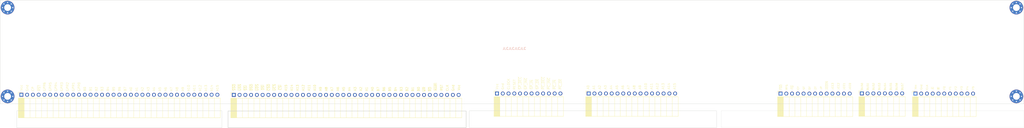
<source format=kicad_pcb>
(kicad_pcb (version 20211014) (generator pcbnew)
  (layers (0 "F.Cu" signal) (31 "B.Cu" signal) (34 "B.Paste" user) (35 "F.Paste" user) (36 "B.SilkS" user "B.Silkscreen") (37 "F.SilkS" user "F.Silkscreen") (38 "B.Mask" user) (39 "F.Mask" user) (44 "Edge.Cuts" user))
  (net 0 "")
  (net 1 "~{PC_BUS_OUT}")
  (net 2 "~{PC_LOAD}")
  (net 3 "~{PC_INC}")
  (net 4 "~{PC_DEC}")
  (net 5 "RESET")
  (net 6 "CLOCK")
  (net 7 "GND")
  (net 8 "VCC")
  (net 9 "~{CONTROL7}")
  (net 10 "CONTROL6")
  (net 11 "CONTROL5")
  (net 12 "CONTROL4")
  (net 13 "CONTROL3")
  (net 14 "CONTROL2")
  (net 15 "CONTROL1")
  (net 16 "CONTROL0")
  (net 17 "BUS0")
  (net 18 "BUS1")
  (net 19 "BUS2")
  (net 20 "BUS3")
  (net 21 "BUS4")
  (net 22 "BUS5")
  (net 23 "BUS6")
  (net 24 "BUS7")
  (net 25 "ADDR0")
  (net 26 "ADDR1")
  (net 27 "ADDR2")
  (net 28 "ADDR3")
  (net 29 "ADDR4")
  (net 30 "ADDR5")
  (net 31 "ADDR6")
  (net 32 "ADDR7")
  (net 33 "ADDR8")
  (net 34 "ADDR9")
  (net 35 "ADDR10")
  (net 36 "ADDR11")
  (net 37 "ADDR12")
  (net 38 "ADDR13")
  (net 39 "ADDR14")
  (net 40 "ADDR15")
  (net 41 "~{SP_BUS_OUT}")
  (net 42 "~{SP_LOAD}")
  (net 43 "~{SP_INC}")
  (net 44 "~{SP_DEC}")
  (net 45 "~{ASSERT_STACK_SEG}")
  (net 46 "~{EN_STACK_SEG}")
  (net 47 "~{LATCH_STACK_SEG}")
  (net 48 "~{ASSERT_DATA_SEG}")
  (net 49 "~{EN_DATA_SEG}")
  (net 50 "~{LATCH_DATA_SEG}")
  (net 51 "~{ASSERT_CODE_SEG}")
  (net 52 "~{EN_CODE_SEG}")
  (net 53 "~{LATCH_CODE_SEG}")
  (net 54 "A15")
  (net 55 "A14")
  (net 56 "A13")
  (net 57 "A12")
  (net 58 "A11")
  (net 59 "A10")
  (net 60 "A9")
  (net 61 "A8")
  (net 62 "A7")
  (net 63 "A6")
  (net 64 "A5")
  (net 65 "A4")
  (net 66 "A3")
  (net 67 "A2")
  (net 68 "A1")
  (net 69 "A0")
  (net 70 "~{WRITE}")
  (net 71 "~{READ}")
  (net 72 "~{LATCH_MAR}")
  (net 73 "~{LATCH_ACCUMULATOR}")
  (net 74 "~{LATCH_B}")
  (net 75 "ALU_FUNC_0")
  (net 76 "ALU_FUNC_1")
  (net 77 "ALU_FUNC_2")
  (net 78 "ALU_FUNC_3")
  (net 79 "ALU_FUNC_4")
  (net 80 "ALU_FUNC_5")
  (net 81 "~{FLAGS_OUT}")
  (net 82 "RESTORE_FLAGS")
  (net 83 "~{LATCH_FLAGS}")
  (net 84 "CF")
  (net 85 "SF")
  (net 86 "OF")
  (net 87 "ZF")
  (net 88 "JCC_LD_PC_COND")
  (net 89 "~{JCC_EN}")
  (net 90 "JCC_ADR3")
  (net 91 "JCC_ADR2")
  (net 92 "JCC_ADR1")
  (net 93 "JCC_ADR0")
  (footprint "Connector_PinSocket_2.54mm:PinSocket_1x11_P2.54mm_Horizontal" (layer "F.Cu") (at 463.515323 134.919242 90)
    (fp_text reference "J4" hide)
    (fp_text value "Conn_01x12" hide)
    (pad "1" thru_hole rect locked (at 0 0 90) (size 1.7 1.7) (drill 1) (layers *.Cu *.Mask) (net 8 "VCC"))
    (pad "2" thru_hole oval locked (at 0 2.54 90) (size 1.7 1.7) (drill 1) (layers *.Cu *.Mask) (net 7 "GND"))
    (pad "3" thru_hole oval locked (at 0 5.08 90) (size 1.7 1.7) (drill 1) (layers *.Cu *.Mask) (net 6 "CLOCK"))
    (pad "4" thru_hole oval locked (at 0 7.62 90) (size 1.7 1.7) (drill 1) (layers *.Cu *.Mask) (net 73 "~{LATCH_ACCUMULATOR}"))
    (pad "5" thru_hole oval locked (at 0 10.16 90) (size 1.7 1.7) (drill 1) (layers *.Cu *.Mask) (net 74 "~{LATCH_B}"))
    (pad "6" thru_hole oval locked (at 0 12.7 90) (size 1.7 1.7) (drill 1) (layers *.Cu *.Mask) (net 75 "ALU_FUNC_0"))
    (pad "7" thru_hole oval locked (at 0 15.24 90) (size 1.7 1.7) (drill 1) (layers *.Cu *.Mask) (net 76 "ALU_FUNC_1"))
    (pad "8" thru_hole oval locked (at 0 17.78 90) (size 1.7 1.7) (drill 1) (layers *.Cu *.Mask) (net 77 "ALU_FUNC_2"))
    (pad "9" thru_hole oval locked (at 0 20.32 90) (size 1.7 1.7) (drill 1) (layers *.Cu *.Mask) (net 78 "ALU_FUNC_3"))
    (pad "10" thru_hole oval locked (at 0 22.86 90) (size 1.7 1.7) (drill 1) (layers *.Cu *.Mask) (net 79 "ALU_FUNC_4"))
    (pad "11" thru_hole oval locked (at 0 25.4 90) (size 1.7 1.7) (drill 1) (layers *.Cu *.Mask) (net 80 "ALU_FUNC_5"))
  )
  (footprint "MountingHole:MountingHole_3mm_Pad_Via" (layer "F.Cu") (at 508 97.028)
    (fp_text reference "REF**" hide)
    (fp_text value "MountingHole_3mm_Pad_Via" hide)
    (pad "1" thru_hole circle locked (at -2.25 0) (size 0.8 0.8) (drill 0.5) (layers *.Cu *.Mask))
    (pad "1" thru_hole circle locked (at 1.59099 -1.59099) (size 0.8 0.8) (drill 0.5) (layers *.Cu *.Mask))
    (pad "1" thru_hole circle locked (at -1.59099 1.59099) (size 0.8 0.8) (drill 0.5) (layers *.Cu *.Mask))
    (pad "1" thru_hole circle locked (at 2.25 0) (size 0.8 0.8) (drill 0.5) (layers *.Cu *.Mask))
    (pad "1" thru_hole circle locked (at 0 0) (size 6 6) (drill 3) (layers *.Cu *.Mask))
    (pad "1" thru_hole circle locked (at 1.59099 1.59099) (size 0.8 0.8) (drill 0.5) (layers *.Cu *.Mask))
    (pad "1" thru_hole circle locked (at -1.59099 -1.59099) (size 0.8 0.8) (drill 0.5) (layers *.Cu *.Mask))
    (pad "1" thru_hole circle locked (at 0 -2.25) (size 0.8 0.8) (drill 0.5) (layers *.Cu *.Mask))
    (pad "1" thru_hole circle locked (at 0 2.25) (size 0.8 0.8) (drill 0.5) (layers *.Cu *.Mask))
  )
  (footprint "MountingHole:MountingHole_3mm_Pad_Via" (layer "F.Cu") (at 63.5 97.028)
    (fp_text reference "REF**" hide)
    (fp_text value "MountingHole_3mm_Pad_Via" hide)
    (pad "1" thru_hole circle locked (at -2.25 0) (size 0.8 0.8) (drill 0.5) (layers *.Cu *.Mask))
    (pad "1" thru_hole circle locked (at 1.59099 -1.59099) (size 0.8 0.8) (drill 0.5) (layers *.Cu *.Mask))
    (pad "1" thru_hole circle locked (at -1.59099 1.59099) (size 0.8 0.8) (drill 0.5) (layers *.Cu *.Mask))
    (pad "1" thru_hole circle locked (at 2.25 0) (size 0.8 0.8) (drill 0.5) (layers *.Cu *.Mask))
    (pad "1" thru_hole circle locked (at 0 0) (size 6 6) (drill 3) (layers *.Cu *.Mask))
    (pad "1" thru_hole circle locked (at 1.59099 1.59099) (size 0.8 0.8) (drill 0.5) (layers *.Cu *.Mask))
    (pad "1" thru_hole circle locked (at -1.59099 -1.59099) (size 0.8 0.8) (drill 0.5) (layers *.Cu *.Mask))
    (pad "1" thru_hole circle locked (at 0 -2.25) (size 0.8 0.8) (drill 0.5) (layers *.Cu *.Mask))
    (pad "1" thru_hole circle locked (at 0 2.25) (size 0.8 0.8) (drill 0.5) (layers *.Cu *.Mask))
  )
  (footprint "MountingHole:MountingHole_3mm_Pad_Via" (layer "F.Cu") (at 508 136.144)
    (fp_text reference "REF**" hide)
    (fp_text value "MountingHole_3mm_Pad_Via" hide)
    (pad "1" thru_hole circle locked (at -2.25 0) (size 0.8 0.8) (drill 0.5) (layers *.Cu *.Mask))
    (pad "1" thru_hole circle locked (at 1.59099 -1.59099) (size 0.8 0.8) (drill 0.5) (layers *.Cu *.Mask))
    (pad "1" thru_hole circle locked (at -1.59099 1.59099) (size 0.8 0.8) (drill 0.5) (layers *.Cu *.Mask))
    (pad "1" thru_hole circle locked (at 2.25 0) (size 0.8 0.8) (drill 0.5) (layers *.Cu *.Mask))
    (pad "1" thru_hole circle locked (at 0 0) (size 6 6) (drill 3) (layers *.Cu *.Mask))
    (pad "1" thru_hole circle locked (at 1.59099 1.59099) (size 0.8 0.8) (drill 0.5) (layers *.Cu *.Mask))
    (pad "1" thru_hole circle locked (at -1.59099 -1.59099) (size 0.8 0.8) (drill 0.5) (layers *.Cu *.Mask))
    (pad "1" thru_hole circle locked (at 0 -2.25) (size 0.8 0.8) (drill 0.5) (layers *.Cu *.Mask))
    (pad "1" thru_hole circle locked (at 0 2.25) (size 0.8 0.8) (drill 0.5) (layers *.Cu *.Mask))
  )
  (footprint "Connector_PinSocket_2.54mm:PinSocket_1x13_P2.54mm_Horizontal" (layer "F.Cu") (at 404.079323 134.919242 90)
    (fp_text reference "J7" hide)
    (fp_text value "Conn_01x13" hide)
    (pad "1" thru_hole rect locked (at 0 0 90) (size 1.7 1.7) (drill 1) (layers *.Cu *.Mask) (net 81 "~{FLAGS_OUT}"))
    (pad "2" thru_hole oval locked (at 0 2.54 90) (size 1.7 1.7) (drill 1) (layers *.Cu *.Mask) (net 82 "RESTORE_FLAGS"))
    (pad "3" thru_hole oval locked (at 0 5.08 90) (size 1.7 1.7) (drill 1) (layers *.Cu *.Mask) (net 83 "~{LATCH_FLAGS}"))
    (pad "4" thru_hole oval locked (at 0 7.62 90) (size 1.7 1.7) (drill 1) (layers *.Cu *.Mask) (net 84 "CF"))
    (pad "5" thru_hole oval locked (at 0 10.16 90) (size 1.7 1.7) (drill 1) (layers *.Cu *.Mask) (net 85 "SF"))
    (pad "6" thru_hole oval locked (at 0 12.7 90) (size 1.7 1.7) (drill 1) (layers *.Cu *.Mask) (net 86 "OF"))
    (pad "7" thru_hole oval locked (at 0 15.24 90) (size 1.7 1.7) (drill 1) (layers *.Cu *.Mask) (net 87 "ZF"))
    (pad "8" thru_hole oval locked (at 0 17.78 90) (size 1.7 1.7) (drill 1) (layers *.Cu *.Mask) (net 88 "JCC_LD_PC_COND"))
    (pad "9" thru_hole oval locked (at 0 20.32 90) (size 1.7 1.7) (drill 1) (layers *.Cu *.Mask) (net 89 "~{JCC_EN}"))
    (pad "10" thru_hole oval locked (at 0 22.86 90) (size 1.7 1.7) (drill 1) (layers *.Cu *.Mask) (net 90 "JCC_ADR3"))
    (pad "11" thru_hole oval locked (at 0 25.4 90) (size 1.7 1.7) (drill 1) (layers *.Cu *.Mask) (net 91 "JCC_ADR2"))
    (pad "12" thru_hole oval locked (at 0 27.94 90) (size 1.7 1.7) (drill 1) (layers *.Cu *.Mask) (net 92 "JCC_ADR1"))
    (pad "13" thru_hole oval locked (at 0 30.48 90) (size 1.7 1.7) (drill 1) (layers *.Cu *.Mask) (net 93 "JCC_ADR0"))
  )
  (footprint "Connector_PinSocket_2.54mm:PinSocket_1x08_P2.54mm_Horizontal" (layer "F.Cu") (at 439.893323 134.837242 90)
    (fp_text reference "J5" hide)
    (fp_text value "Conn_01x08" hide)
    (pad "1" thru_hole rect locked (at 0 0 90) (size 1.7 1.7) (drill 1) (layers *.Cu *.Mask) (net 17 "BUS0"))
    (pad "2" thru_hole oval locked (at 0 2.54 90) (size 1.7 1.7) (drill 1) (layers *.Cu *.Mask) (net 18 "BUS1"))
    (pad "3" thru_hole oval locked (at 0 5.08 90) (size 1.7 1.7) (drill 1) (layers *.Cu *.Mask) (net 19 "BUS2"))
    (pad "4" thru_hole oval locked (at 0 7.62 90) (size 1.7 1.7) (drill 1) (layers *.Cu *.Mask) (net 20 "BUS3"))
    (pad "5" thru_hole oval locked (at 0 10.16 90) (size 1.7 1.7) (drill 1) (layers *.Cu *.Mask) (net 21 "BUS4"))
    (pad "6" thru_hole oval locked (at 0 12.7 90) (size 1.7 1.7) (drill 1) (layers *.Cu *.Mask) (net 22 "BUS5"))
    (pad "7" thru_hole oval locked (at 0 15.24 90) (size 1.7 1.7) (drill 1) (layers *.Cu *.Mask) (net 23 "BUS6"))
    (pad "8" thru_hole oval locked (at 0 17.78 90) (size 1.7 1.7) (drill 1) (layers *.Cu *.Mask) (net 24 "BUS7"))
  )
  (footprint "Connector_PinSocket_2.54mm:PinSocket_1x40_P2.54mm_Horizontal" (layer "F.Cu") (at 163.174759 135.484242 90)
    (fp_text reference "J6" hide)
    (fp_text value "Conn_01x40" hide)
    (pad "1" thru_hole rect locked (at 0 0 90) (size 1.7 1.7) (drill 1) (layers *.Cu *.Mask) (net 45 "~{ASSERT_STACK_SEG}"))
    (pad "2" thru_hole oval locked (at 0 2.54 90) (size 1.7 1.7) (drill 1) (layers *.Cu *.Mask) (net 46 "~{EN_STACK_SEG}"))
    (pad "3" thru_hole oval locked (at 0 5.08 90) (size 1.7 1.7) (drill 1) (layers *.Cu *.Mask) (net 47 "~{LATCH_STACK_SEG}"))
    (pad "4" thru_hole oval locked (at 0 7.62 90) (size 1.7 1.7) (drill 1) (layers *.Cu *.Mask) (net 48 "~{ASSERT_DATA_SEG}"))
    (pad "5" thru_hole oval locked (at 0 10.16 90) (size 1.7 1.7) (drill 1) (layers *.Cu *.Mask) (net 49 "~{EN_DATA_SEG}"))
    (pad "6" thru_hole oval locked (at 0 12.7 90) (size 1.7 1.7) (drill 1) (layers *.Cu *.Mask) (net 50 "~{LATCH_DATA_SEG}"))
    (pad "7" thru_hole oval locked (at 0 15.24 90) (size 1.7 1.7) (drill 1) (layers *.Cu *.Mask) (net 51 "~{ASSERT_CODE_SEG}"))
    (pad "8" thru_hole oval locked (at 0 17.78 90) (size 1.7 1.7) (drill 1) (layers *.Cu *.Mask) (net 52 "~{EN_CODE_SEG}"))
    (pad "9" thru_hole oval locked (at 0 20.32 90) (size 1.7 1.7) (drill 1) (layers *.Cu *.Mask) (net 53 "~{LATCH_CODE_SEG}"))
    (pad "10" thru_hole oval locked (at 0 22.86 90) (size 1.7 1.7) (drill 1) (layers *.Cu *.Mask) (net 54 "A15"))
    (pad "11" thru_hole oval locked (at 0 25.4 90) (size 1.7 1.7) (drill 1) (layers *.Cu *.Mask) (net 55 "A14"))
    (pad "12" thru_hole oval locked (at 0 27.94 90) (size 1.7 1.7) (drill 1) (layers *.Cu *.Mask) (net 56 "A13"))
    (pad "13" thru_hole oval locked (at 0 30.48 90) (size 1.7 1.7) (drill 1) (layers *.Cu *.Mask) (net 57 "A12"))
    (pad "14" thru_hole oval locked (at 0 33.02 90) (size 1.7 1.7) (drill 1) (layers *.Cu *.Mask) (net 58 "A11"))
    (pad "15" thru_hole oval locked (at 0 35.56 90) (size 1.7 1.7) (drill 1) (layers *.Cu *.Mask) (net 59 "A10"))
    (pad "16" thru_hole oval locked (at 0 38.1 90) (size 1.7 1.7) (drill 1) (layers *.Cu *.Mask) (net 60 "A9"))
    (pad "17" thru_hole oval locked (at 0 40.64 90) (size 1.7 1.7) (drill 1) (layers *.Cu *.Mask) (net 61 "A8"))
    (pad "18" thru_hole oval locked (at 0 43.18 90) (size 1.7 1.7) (drill 1) (layers *.Cu *.Mask) (net 62 "A7"))
    (pad "19" thru_hole oval locked (at 0 45.72 90) (size 1.7 1.7) (drill 1) (layers *.Cu *.Mask) (net 63 "A6"))
    (pad "20" thru_hole oval locked (at 0 48.26 90) (size 1.7 1.7) (drill 1) (layers *.Cu *.Mask) (net 64 "A5"))
    (pad "21" thru_hole oval locked (at 0 50.8 90) (size 1.7 1.7) (drill 1) (layers *.Cu *.Mask) (net 65 "A4"))
    (pad "22" thru_hole oval locked (at 0 53.34 90) (size 1.7 1.7) (drill 1) (layers *.Cu *.Mask) (net 66 "A3"))
    (pad "23" thru_hole oval locked (at 0 55.88 90) (size 1.7 1.7) (drill 1) (layers *.Cu *.Mask) (net 67 "A2"))
    (pad "24" thru_hole oval locked (at 0 58.42 90) (size 1.7 1.7) (drill 1) (layers *.Cu *.Mask) (net 68 "A1"))
    (pad "25" thru_hole oval locked (at 0 60.96 90) (size 1.7 1.7) (drill 1) (layers *.Cu *.Mask) (net 69 "A0"))
    (pad "26" thru_hole oval locked (at 0 63.5 90) (size 1.7 1.7) (drill 1) (layers *.Cu *.Mask) (net 24 "BUS7"))
    (pad "27" thru_hole oval locked (at 0 66.04 90) (size 1.7 1.7) (drill 1) (layers *.Cu *.Mask) (net 23 "BUS6"))
    (pad "28" thru_hole oval locked (at 0 68.58 90) (size 1.7 1.7) (drill 1) (layers *.Cu *.Mask) (net 22 "BUS5"))
    (pad "29" thru_hole oval locked (at 0 71.12 90) (size 1.7 1.7) (drill 1) (layers *.Cu *.Mask) (net 21 "BUS4"))
    (pad "30" thru_hole oval locked (at 0 73.66 90) (size 1.7 1.7) (drill 1) (layers *.Cu *.Mask) (net 20 "BUS3"))
    (pad "31" thru_hole oval locked (at 0 76.2 90) (size 1.7 1.7) (drill 1) (layers *.Cu *.Mask) (net 19 "BUS2"))
    (pad "32" thru_hole oval locked (at 0 78.74 90) (size 1.7 1.7) (drill 1) (layers *.Cu *.Mask) (net 18 "BUS1"))
    (pad "33" thru_hole oval locked (at 0 81.28 90) (size 1.7 1.7) (drill 1) (layers *.Cu *.Mask) (net 17 "BUS0"))
    (pad "34" thru_hole oval locked (at 0 83.82 90) (size 1.7 1.7) (drill 1) (layers *.Cu *.Mask) (net 70 "~{WRITE}"))
    (pad "35" thru_hole oval locked (at 0 86.36 90) (size 1.7 1.7) (drill 1) (layers *.Cu *.Mask) (net 71 "~{READ}"))
    (pad "36" thru_hole oval locked (at 0 88.9 90) (size 1.7 1.7) (drill 1) (layers *.Cu *.Mask) (net 72 "~{LATCH_MAR}"))
    (pad "37" thru_hole oval locked (at 0 91.44 90) (size 1.7 1.7) (drill 1) (layers *.Cu *.Mask) (net 5 "RESET"))
    (pad "38" thru_hole oval locked (at 0 93.98 90) (size 1.7 1.7) (drill 1) (layers *.Cu *.Mask) (net 6 "CLOCK"))
    (pad "39" thru_hole oval locked (at 0 96.52 90) (size 1.7 1.7) (drill 1) (layers *.Cu *.Mask) (net 7 "GND"))
    (pad "40" thru_hole oval locked (at 0 99.06 90) (size 1.7 1.7) (drill 1) (layers *.Cu *.Mask) (net 8 "VCC"))
  )
  (footprint "Connector_PinSocket_2.54mm:PinSocket_1x12_P2.54mm_Horizontal" (layer "F.Cu") (at 279.146 134.874 90)
    (fp_text reference "J1" hide)
    (fp_text value "Conn_01x12" hide)
    (pad "1" thru_hole rect locked (at 0 0 90) (size 1.7 1.7) (drill 1) (layers *.Cu *.Mask) (net 8 "VCC"))
    (pad "2" thru_hole oval locked (at 0 2.54 90) (size 1.7 1.7) (drill 1) (layers *.Cu *.Mask) (net 7 "GND"))
    (pad "3" thru_hole oval locked (at 0 5.08 90) (size 1.7 1.7) (drill 1) (layers *.Cu *.Mask) (net 6 "CLOCK"))
    (pad "4" thru_hole oval locked (at 0 7.62 90) (size 1.7 1.7) (drill 1) (layers *.Cu *.Mask) (net 5 "RESET"))
    (pad "5" thru_hole oval locked (at 0 10.16 90) (size 1.7 1.7) (drill 1) (layers *.Cu *.Mask) (net 44 "~{SP_DEC}"))
    (pad "6" thru_hole oval locked (at 0 12.7 90) (size 1.7 1.7) (drill 1) (layers *.Cu *.Mask) (net 43 "~{SP_INC}"))
    (pad "7" thru_hole oval locked (at 0 15.24 90) (size 1.7 1.7) (drill 1) (layers *.Cu *.Mask) (net 42 "~{SP_LOAD}"))
    (pad "8" thru_hole oval locked (at 0 17.78 90) (size 1.7 1.7) (drill 1) (layers *.Cu *.Mask) (net 41 "~{SP_BUS_OUT}"))
    (pad "9" thru_hole oval locked (at 0 20.32 90) (size 1.7 1.7) (drill 1) (layers *.Cu *.Mask) (net 4 "~{PC_DEC}"))
    (pad "10" thru_hole oval locked (at 0 22.86 90) (size 1.7 1.7) (drill 1) (layers *.Cu *.Mask) (net 3 "~{PC_INC}"))
    (pad "11" thru_hole oval locked (at 0 25.4 90) (size 1.7 1.7) (drill 1) (layers *.Cu *.Mask) (net 2 "~{PC_LOAD}"))
    (pad "12" thru_hole oval locked (at 0 27.94 90) (size 1.7 1.7) (drill 1) (layers *.Cu *.Mask) (net 1 "~{PC_BUS_OUT}"))
  )
  (footprint "Connector_PinSocket_2.54mm:PinSocket_1x16_P2.54mm_Horizontal" (layer "F.Cu") (at 319.532 134.874 90)
    (fp_text reference "J3" hide)
    (fp_text value "Conn_01x16" hide)
    (pad "1" thru_hole rect locked (at 0 0 90) (size 1.7 1.7) (drill 1) (layers *.Cu *.Mask) (net 25 "ADDR0"))
    (pad "2" thru_hole oval locked (at 0 2.54 90) (size 1.7 1.7) (drill 1) (layers *.Cu *.Mask) (net 26 "ADDR1"))
    (pad "3" thru_hole oval locked (at 0 5.08 90) (size 1.7 1.7) (drill 1) (layers *.Cu *.Mask) (net 27 "ADDR2"))
    (pad "4" thru_hole oval locked (at 0 7.62 90) (size 1.7 1.7) (drill 1) (layers *.Cu *.Mask) (net 28 "ADDR3"))
    (pad "5" thru_hole oval locked (at 0 10.16 90) (size 1.7 1.7) (drill 1) (layers *.Cu *.Mask) (net 29 "ADDR4"))
    (pad "6" thru_hole oval locked (at 0 12.7 90) (size 1.7 1.7) (drill 1) (layers *.Cu *.Mask) (net 30 "ADDR5"))
    (pad "7" thru_hole oval locked (at 0 15.24 90) (size 1.7 1.7) (drill 1) (layers *.Cu *.Mask) (net 31 "ADDR6"))
    (pad "8" thru_hole oval locked (at 0 17.78 90) (size 1.7 1.7) (drill 1) (layers *.Cu *.Mask) (net 32 "ADDR7"))
    (pad "9" thru_hole oval locked (at 0 20.32 90) (size 1.7 1.7) (drill 1) (layers *.Cu *.Mask) (net 33 "ADDR8"))
    (pad "10" thru_hole oval locked (at 0 22.86 90) (size 1.7 1.7) (drill 1) (layers *.Cu *.Mask) (net 34 "ADDR9"))
    (pad "11" thru_hole oval locked (at 0 25.4 90) (size 1.7 1.7) (drill 1) (layers *.Cu *.Mask) (net 35 "ADDR10"))
    (pad "12" thru_hole oval locked (at 0 27.94 90) (size 1.7 1.7) (drill 1) (layers *.Cu *.Mask) (net 36 "ADDR11"))
    (pad "13" thru_hole oval locked (at 0 30.48 90) (size 1.7 1.7) (drill 1) (layers *.Cu *.Mask) (net 37 "ADDR12"))
    (pad "14" thru_hole oval locked (at 0 33.02 90) (size 1.7 1.7) (drill 1) (layers *.Cu *.Mask) (net 38 "ADDR13"))
    (pad "15" thru_hole oval locked (at 0 35.56 90) (size 1.7 1.7) (drill 1) (layers *.Cu *.Mask) (net 39 "ADDR14"))
    (pad "16" thru_hole oval locked (at 0 38.1 90) (size 1.7 1.7) (drill 1) (layers *.Cu *.Mask) (net 40 "ADDR15"))
  )
  (footprint "Connector_PinSocket_2.54mm:PinSocket_1x35_P2.54mm_Horizontal" (layer "F.Cu") (at 69.561323 135.427242 90)
    (fp_text reference "J2" hide)
    (fp_text value "Conn_01x35" hide)
    (pad "1" thru_hole rect locked (at 0 0 90) (size 1.7 1.7) (drill 1) (layers *.Cu *.Mask) (net 8 "VCC"))
    (pad "2" thru_hole oval locked (at 0 2.54 90) (size 1.7 1.7) (drill 1) (layers *.Cu *.Mask) (net 7 "GND"))
    (pad "3" thru_hole oval locked (at 0 5.08 90) (size 1.7 1.7) (drill 1) (layers *.Cu *.Mask) (net 6 "CLOCK"))
    (pad "4" thru_hole oval locked (at 0 7.62 90) (size 1.7 1.7) (drill 1) (layers *.Cu *.Mask) (net 9 "~{CONTROL7}"))
    (pad "5" thru_hole oval locked (at 0 10.16 90) (size 1.7 1.7) (drill 1) (layers *.Cu *.Mask) (net 10 "CONTROL6"))
    (pad "6" thru_hole oval locked (at 0 12.7 90) (size 1.7 1.7) (drill 1) (layers *.Cu *.Mask) (net 11 "CONTROL5"))
    (pad "7" thru_hole oval locked (at 0 15.24 90) (size 1.7 1.7) (drill 1) (layers *.Cu *.Mask) (net 12 "CONTROL4"))
    (pad "8" thru_hole oval locked (at 0 17.78 90) (size 1.7 1.7) (drill 1) (layers *.Cu *.Mask) (net 13 "CONTROL3"))
    (pad "9" thru_hole oval locked (at 0 20.32 90) (size 1.7 1.7) (drill 1) (layers *.Cu *.Mask) (net 14 "CONTROL2"))
    (pad "10" thru_hole oval locked (at 0 22.86 90) (size 1.7 1.7) (drill 1) (layers *.Cu *.Mask) (net 15 "CONTROL1"))
    (pad "11" thru_hole oval locked (at 0 25.4 90) (size 1.7 1.7) (drill 1) (layers *.Cu *.Mask) (net 16 "CONTROL0"))
    (pad "12" thru_hole oval locked (at 0 27.94 90) (size 1.7 1.7) (drill 1) (layers *.Cu *.Mask) (net 17 "BUS0"))
    (pad "13" thru_hole oval locked (at 0 30.48 90) (size 1.7 1.7) (drill 1) (layers *.Cu *.Mask) (net 18 "BUS1"))
    (pad "14" thru_hole oval locked (at 0 33.02 90) (size 1.7 1.7) (drill 1) (layers *.Cu *.Mask) (net 19 "BUS2"))
    (pad "15" thru_hole oval locked (at 0 35.56 90) (size 1.7 1.7) (drill 1) (layers *.Cu *.Mask) (net 20 "BUS3"))
    (pad "16" thru_hole oval locked (at 0 38.1 90) (size 1.7 1.7) (drill 1) (layers *.Cu *.Mask) (net 21 "BUS4"))
    (pad "17" thru_hole oval locked (at 0 40.64 90) (size 1.7 1.7) (drill 1) (layers *.Cu *.Mask) (net 22 "BUS5"))
    (pad "18" thru_hole oval locked (at 0 43.18 90) (size 1.7 1.7) (drill 1) (layers *.Cu *.Mask) (net 23 "BUS6"))
    (pad "19" thru_hole oval locked (at 0 45.72 90) (size 1.7 1.7) (drill 1) (layers *.Cu *.Mask) (net 24 "BUS7"))
    (pad "20" thru_hole oval locked (at 0 48.26 90) (size 1.7 1.7) (drill 1) (layers *.Cu *.Mask) (net 25 "ADDR0"))
    (pad "21" thru_hole oval locked (at 0 50.8 90) (size 1.7 1.7) (drill 1) (layers *.Cu *.Mask) (net 26 "ADDR1"))
    (pad "22" thru_hole oval locked (at 0 53.34 90) (size 1.7 1.7) (drill 1) (layers *.Cu *.Mask) (net 27 "ADDR2"))
    (pad "23" thru_hole oval locked (at 0 55.88 90) (size 1.7 1.7) (drill 1) (layers *.Cu *.Mask) (net 28 "ADDR3"))
    (pad "24" thru_hole oval locked (at 0 58.42 90) (size 1.7 1.7) (drill 1) (layers *.Cu *.Mask) (net 29 "ADDR4"))
    (pad "25" thru_hole oval locked (at 0 60.96 90) (size 1.7 1.7) (drill 1) (layers *.Cu *.Mask) (net 30 "ADDR5"))
    (pad "26" thru_hole oval locked (at 0 63.5 90) (size 1.7 1.7) (drill 1) (layers *.Cu *.Mask) (net 31 "ADDR6"))
    (pad "27" thru_hole oval locked (at 0 66.04 90) (size 1.7 1.7) (drill 1) (layers *.Cu *.Mask) (net 32 "ADDR7"))
    (pad "28" thru_hole oval locked (at 0 68.58 90) (size 1.7 1.7) (drill 1) (layers *.Cu *.Mask) (net 33 "ADDR8"))
    (pad "29" thru_hole oval locked (at 0 71.12 90) (size 1.7 1.7) (drill 1) (layers *.Cu *.Mask) (net 34 "ADDR9"))
    (pad "30" thru_hole oval locked (at 0 73.66 90) (size 1.7 1.7) (drill 1) (layers *.Cu *.Mask) (net 35 "ADDR10"))
    (pad "31" thru_hole oval locked (at 0 76.2 90) (size 1.7 1.7) (drill 1) (layers *.Cu *.Mask) (net 36 "ADDR11"))
    (pad "32" thru_hole oval locked (at 0 78.74 90) (size 1.7 1.7) (drill 1) (layers *.Cu *.Mask) (net 37 "ADDR12"))
    (pad "33" thru_hole oval locked (at 0 81.28 90) (size 1.7 1.7) (drill 1) (layers *.Cu *.Mask) (net 38 "ADDR13"))
    (pad "34" thru_hole oval locked (at 0 83.82 90) (size 1.7 1.7) (drill 1) (layers *.Cu *.Mask) (net 39 "ADDR14"))
    (pad "35" thru_hole oval locked (at 0 86.36 90) (size 1.7 1.7) (drill 1) (layers *.Cu *.Mask) (net 40 "ADDR15"))
  )
  (footprint "MountingHole:MountingHole_3mm_Pad_Via" (layer "F.Cu") (at 63.5 136.144)
    (fp_text reference "REF**" hide)
    (fp_text value "MountingHole_3mm_Pad_Via" hide)
    (pad "1" thru_hole circle locked (at -2.25 0) (size 0.8 0.8) (drill 0.5) (layers *.Cu *.Mask))
    (pad "1" thru_hole circle locked (at 1.59099 -1.59099) (size 0.8 0.8) (drill 0.5) (layers *.Cu *.Mask))
    (pad "1" thru_hole circle locked (at -1.59099 1.59099) (size 0.8 0.8) (drill 0.5) (layers *.Cu *.Mask))
    (pad "1" thru_hole circle locked (at 2.25 0) (size 0.8 0.8) (drill 0.5) (layers *.Cu *.Mask))
    (pad "1" thru_hole circle locked (at 0 0) (size 6 6) (drill 3) (layers *.Cu *.Mask))
    (pad "1" thru_hole circle locked (at 1.59099 1.59099) (size 0.8 0.8) (drill 0.5) (layers *.Cu *.Mask))
    (pad "1" thru_hole circle locked (at -1.59099 -1.59099) (size 0.8 0.8) (drill 0.5) (layers *.Cu *.Mask))
    (pad "1" thru_hole circle locked (at 0 -2.25) (size 0.8 0.8) (drill 0.5) (layers *.Cu *.Mask))
    (pad "1" thru_hole circle locked (at 0 2.25) (size 0.8 0.8) (drill 0.5) (layers *.Cu *.Mask))
  )
  (gr_rect (start 67.553323 142.539242) (end 157.953323 149.991242) (layer "Edge.Cuts") (width 0.1) (fill none))
  (gr_rect (start 60.198 139.446) (end 511.302 93.726) (layer "Edge.Cuts") (width 0.1) (fill none))
  (gr_rect (start 511.342323 142.539242) (end 377.917323 149.816242) (layer "Edge.Cuts") (width 0.05) (fill none))
  (gr_rect (start 265.536759 142.592072) (end 160.634759 149.958072) (layer "Edge.Cuts") (width 0.2) (fill none))
  (gr_rect (start 266.919323 142.539242) (end 375.885323 149.905242) (layer "Edge.Cuts") (width 0.1) (fill none))
  (gr_text "JLCJLCJLCJLC" (at 286.766 115.062) (layer "B.SilkS") (effects (font (size 1 1))))
  (gr_text "A9" (at 140.704323 133.899072 90) (layer "F.SilkS") (effects (font (size 1 1) (thickness 0.1)) (justify left)))
  (gr_text "B3" (at 105.144323 133.899072 90) (layer "F.SilkS") (effects (font (size 1 1) (thickness 0.1)) (justify left)))
  (gr_text "A8" (at 203.927323 131.871242 90) (layer "F.SilkS") (effects (font (size 1 1)) (justify right)))
  (gr_text "F2" (at 481.347323 131.617242 90) (layer "F.SilkS") (effects (font (size 0.8 0.8) (thickness 0.1)) (justify right)))
  (gr_text "~{SP_IN}" (at 294.396 133.146 90) (layer "F.SilkS") (effects (font (size 1 1) (thickness 0.1)) (justify left)))
  (gr_text "A13" (at 191.227323 130.855242 90) (layer "F.SilkS") (effects (font (size 1 1)) (justify right)))
  (gr_text "B5" (at 231.867323 131.871242 90) (layer "F.SilkS") (effects (font (size 1 1)) (justify right)))
  (gr_text "A6" (at 209.007323 131.871242 90) (layer "F.SilkS") (effects (font (size 1 1)) (justify right)))
  (gr_text "A12" (at 193.767323 130.855242 90) (layer "F.SilkS") (effects (font (size 1 1)) (justify right)))
  (gr_text "~{AI}" (at 471.187323 131.871242 90) (layer "F.SilkS") (effects (font (size 0.8 0.8) (thickness 0.1)) (justify right)))
  (gr_text "A10" (at 344.678 133.096 90) (layer "F.SilkS") (effects (font (size 1 1) (thickness 0.1)) (justify left)))
  (gr_text "~{CSI}" (at 183.607323 130.855242 90) (layer "F.SilkS") (effects (font (size 1 1)) (justify right)))
  (gr_text "~{UCS}" (at 181.067323 130.601242 90) (layer "F.SilkS") (effects (font (size 1 1)) (justify right)))
  (gr_text "BUS7" (at 457.747323 130.093242 90) (layer "F.SilkS") (effects (font (size 0.8 0.8) (thickness 0.1)) (justify right)))
  (gr_text "A2" (at 324.358 133.096 90) (layer "F.SilkS") (effects (font (size 1 1) (thickness 0.1)) (justify left)))
  (gr_text "A4" (at 214.087323 131.871242 90) (layer "F.SilkS") (effects (font (size 1 1)) (justify right)))
  (gr_text "Vcc" (at 279.146 133.096 90) (layer "F.SilkS") (effects (font (size 1 1) (thickness 0.1)) (justify left)))
  (gr_text "~{RD}" (at 249.647323 131.871242 90) (layer "F.SilkS") (effects (font (size 1 1)) (justify right)))
  (gr_text "~{BI}" (at 473.727323 131.871242 90) (layer "F.SilkS") (effects (font (size 0.8 0.8) (thickness 0.1)) (justify right)))
  (gr_text "F3" (at 483.887323 131.617242 90) (layer "F.SilkS") (effects (font (size 0.8 0.8) (thickness 0.1)) (justify right)))
  (gr_text "A15" (at 155.944323 133.899072 90) (layer "F.SilkS") (effects (font (size 1 1) (thickness 0.1)) (justify left)))
  (gr_text "A2" (at 219.167323 131.871242 90) (layer "F.SilkS") (effects (font (size 1 1)) (justify right)))
  (gr_text "BUS1" (at 442.507323 130.093242 90) (layer "F.SilkS") (effects (font (size 0.8 0.8) (thickness 0.1)) (justify right)))
  (gr_text "Vcc" (at 262.347323 130.855242 90) (layer "F.SilkS") (effects (font (size 1 1)) (justify right)))
  (gr_text "B7" (at 115.304323 133.899072 90) (layer "F.SilkS") (effects (font (size 1 1) (thickness 0.1)) (justify left)))
  (gr_text "~{PC_OE}" (at 307.071 133.171 90) (layer "F.SilkS") (effects (font (size 1 1) (thickness 0.1)) (justify left)))
  (gr_text "F0" (at 476.267323 131.617242 90) (layer "F.SilkS") (effects (font (size 0.8 0.8) (thickness 0.1)) (justify right)))
  (gr_text "A9" (at 342.138 133.096 90) (layer "F.SilkS") (effects (font (size 1 1) (thickness 0.1)) (justify left)))
  (gr_text "A10" (at 198.847323 130.855242 90) (layer "F.SilkS") (effects (font (size 1 1)) (justify right)))
  (gr_text "Gnd" (at 72.124323 133.899072 90) (layer "F.SilkS") (effects (font (size 1 1) (thickness 0.1)) (justify left)))
  (gr_text "F5" (at 488.967323 131.617242 90) (layer "F.SilkS") (effects (font (size 0.8 0.8) (thickness 0.1)) (justify right)))
  (gr_text "~{CSO}" (at 178.527323 130.601242 90) (layer "F.SilkS") (effects (font (size 1 1)) (justify right)))
  (gr_text "Gnd" (at 281.671 133.171 90) (layer "F.SilkS") (effects (font (size 1 1) (thickness 0.1)) (justify left)))
  (gr_text "A11" (at 196.307323 130.855242 90) (layer "F.SilkS") (effects (font (size 1 1)) (justify right)))
  (gr_text "B2" (at 239.487323 131.871242 90) (layer "F.SilkS") (effects (font (size 1 1)) (justify right)))
  (gr_text "A3" (at 216.627323 131.871242 90) (layer "F.SilkS") (effects (font (size 1 1)) (justify right)))
  (gr_text "JCC2" (at 429.592323 130.068242 90) (layer "F.SilkS") (effects (font (size 0.8 0.8) (thickness 0.1)) (justify right)))
  (gr_text "Vcc" (at 69.584323 133.645072 90) (layer "F.SilkS") (effects (font (size 1 1) (thickness 0.1)) (justify left)))
  (gr_text "A3" (at 125.464323 133.899072 90) (layer "F.SilkS") (effects (font (size 1 1) (thickness 0.1)) (justify left)))
  (gr_text "A6" (at 133.084323 133.899072 90) (layer "F.SilkS") (effects (font (size 1 1) (thickness 0.1)) (justify left)))
  (gr_text "A11" (at 145.784323 133.899072 90) (layer "F.SilkS") (effects (font (size 1 1) (thickness 0.1)) (justify left)))
  (gr_text "GPR4" (at 84.824323 129.835072 90) (layer "F.SilkS") (effects (font (size 1 1) (thickness 0.1)) (justify right)))
  (gr_text "BUS3" (at 447.587323 130.093242 90) (layer "F.SilkS") (effects (font (size 0.8 0.8) (thickness 0.1)) (justify right)))
  (gr_text "A5" (at 331.978 133.096 90) (layer "F.SilkS") (effects (font (size 1 1) (thickness 0.1)) (justify left)))
  (gr_text "A11" (at 347.218 133.096 90) (layer "F.SilkS") (effects (font (size 1 1) (thickness 0.1)) (justify left)))
  (gr_text "A5" (at 211.547323 131.871242 90) (layer "F.SilkS") (effects (font (size 1 1)) (justify right)))
  (gr_text "BUS0" (at 439.967323 130.093242 90) (layer "F.SilkS") (effects (font (size 0.8 0.8) (thickness 0.1)) (justify right)))
  (gr_text "A0" (at 319.278 133.096 90) (layer "F.SilkS") (effects (font (size 1 1) (thickness 0.1)) (justify left)))
  (gr_text "B1" (at 242.027323 131.871242 90) (layer "F.SilkS") (effects (font (size 1 1)) (justify right)))
  (gr_text "A4" (at 128.004323 133.899072 90) (layer "F.SilkS") (effects (font (size 1 1) (thickness 0.1)) (justify left)))
  (gr_text "~{WR}" (at 247.107323 131.871242 90) (layer "F.SilkS") (effects (font (size 1 1)) (justify right)))
  (gr_text "F4" (at 486.427323 131.617242 90) (layer "F.SilkS") (effects (font (size 0.8 0.8) (thickness 0.1)) (justify right)))
  (gr_text "~{JCCEN}" (at 424.542323 129.331242 90) (layer "F.SilkS") (effects (font (size 0.8 0.8) (thickness 0.1)) (justify right)))
  (gr_text "A5" (at 130.544323 133.899072 90) (layer "F.SilkS") (effects (font (size 1 1) (thickness 0.1)) (justify left)))
  (gr_text "A8" (at 138.164323 133.899072 90) (layer "F.SilkS") (effects (font (size 1 1) (thickness 0.1)) (justify left)))
  (gr_text "BUS6" (at 455.207323 130.093242 90) (layer "F.SilkS") (effects (font (size 0.8 0.8) (thickness 0.1)) (justify right)))
  (gr_text "~{RST}" (at 77.458323 133.899072 90) (layer "F.SilkS") (effects (font (size 1 1) (thickness 0.1)) (justify left)))
  (gr_text "B7" (at 226.787323 131.871242 90) (layer "F.SilkS") (effects (font (size 1 1)) (justify right)))
  (gr_text "A14" (at 153.404323 133.899072 90) (layer "F.SilkS") (effects (font (size 1 1) (thickness 0.1)) (justify left)))
  (gr_text "GPR6" (at 79.744323 129.835072 90) (layer "F.SilkS") (effects (font (size 1 1) (thickness 0.1)) (justify right)))
  (gr_text "B2" (at 102.604323 133.899072 90) (layer "F.SilkS") (effects (font (size 1 1) (thickness 0.1)) (justify left)))
  (gr_text "A13" (at 352.298 133.096 90) (layer "F.SilkS") (effects (font (size 1 1) (thickness 0.1)) (justify left)))
  (gr_text "CF" (at 411.837323 131.617242 90) (layer "F.SilkS") (effects (font (size 0.8 0.8) (thickness 0.1)) (justify right)))
  (gr_text "GPR1" (at 92.444323 129.835072 90) (layer "F.SilkS") (effects (font (size 1 1) (thickness 0.1)) (justify right)))
  (gr_text "Gnd" (at 259.807323 130.855242 90) (layer "F.SilkS") (effects (font (size 1 1)) (justify right)))
  (gr_text "GPR0" (at 94.984323 129.835072 90) (layer "F.SilkS") (effects (font (size 1 1) (thickness 0.1)) (justify right)))
  (gr_text "~{MARI}" (at 252.187323 130.093242 90) (layer "F.SilkS") (effects (font (size 1 1)) (justify right)))
  (gr_text "A13" (at 150.864323 133.899072 90) (layer "F.SilkS") (effects (font (size 1 1) (thickness 0.1)) (justify left)))
  (gr_text "SF" (at 414.377323 131.617242 90) (layer "F.SilkS") (effects (font (size 0.8 0.8) (thickness 0.1)) (justify right)))
  (gr_text "A1" (at 221.707323 131.871242 90) (layer "F.SilkS") (effects (font (size 1 1)) (justify right)))
  (gr_text "A0" (at 117.844323 133.899072 90) (layer "F.SilkS") (effects (font (size 1 1) (thickness 0.1)) (justify left)))
  (gr_text "B6" (at 229.327323 131.871242 90) (layer "F.SilkS") (effects (font (size 1 1)) (justify right)))
  (gr_text "~{SP_INC}" (at 291.846 133.196 90) (layer "F.SilkS") (effects (font (size 1 1) (thickness 0.1)) (justify left)))
  (gr_text "CLK" (at 257.267323 130.855242 90) (layer "F.SilkS") (effects (font (size 1 1)) (justify right)))
  (gr_text "GPR3" (at 87.364323 129.835072 90) (layer "F.SilkS") (effects (font (size 1 1) (thickness 0.1)) (justify right)))
  (gr_text "~{SP_OE}" (at 296.916 133.146 90) (layer "F.SilkS") (effects (font (size 1 1) (thickness 0.1)) (justify left)))
  (gr_text "RST" (at 254.727323 130.855242 90) (layer "F.SilkS") (effects (font (size 1 1)) (justify right)))
  (gr_text "A14" (at 354.838 133.096 90) (layer "F.SilkS") (effects (font (size 1 1) (thickness 0.1)) (justify left)))
  (gr_text "~{FGO}" (at 404.217323 130.855242 90) (layer "F.SilkS") (effects (font (size 0.8 0.8) (thickness 0.1)) (justify right)))
  (gr_text "GPR5" (at 82.284323 129.835072 90) (layer "F.SilkS") (effects (font (size 1 1) (thickness 0.1)) (justify right)))
  (gr_text "~{SSI}" (at 168.367323 131.109242 90) (layer "F.SilkS") (effects (font (size 1 1)) (justify right)))
  (gr_text "RESET" (at 286.771 133.196 90) (layer "F.SilkS") (effects (font (size 1 1) (thickness 0.1)) (justify left)))
  (gr_text "BUS5" (at 452.667323 130.093242 90) (layer "F.SilkS") (effects (font (size 0.8 0.8) (thickness 0.1)) (justify right)))
  (gr_text "B0" (at 244.567323 131.871242 90) (layer "F.SilkS") (effects (font (size 1 1)) (justify right)))
  (gr_text "B6" (at 112.764323 133.899072 90) (layer "F.SilkS") (effects (font (size 1 1) (thickness 0.1)) (justify left)))
  (gr_text "A12" (at 148.324323 133.899072 90) (layer "F.SilkS") (effects (font (size 1 1) (thickness 0.1)) (justify left)))
  (gr_text "~{USS}" (at 165.827323 130.601242 90) (layer "F.SilkS") (effects (font (size 1 1)) (justify right)))
  (gr_text "CLOCK" (at 284.231 133.171 90) (layer "F.SilkS") (effects (font (size 1 1) (thickness 0.1)) (justify left)))
  (gr_text "A6" (at 334.518 133.096 90) (layer "F.SilkS") (effects (font (size 1 1) (thickness 0.1)) (justify left)))
  (gr_text "ZF" (at 419.457323 131.617242 90) (layer "F.SilkS") (effects (font (size 0.8 0.8) (thickness 0.1)) (justify right)))
  (gr_text "Gnd" (at 466.107323 130.855242 90) (layer "F.SilkS") (effects (font (size 0.8 0.8) (thickness 0.1)) (justify right)))
  (gr_text "A14" (at 188.687323 130.855242 90) (layer "F.SilkS") (effects (font (size 1 1)) (justify right)))
  (gr_text "A9" (at 201.387323 131.871242 90) (layer "F.SilkS") (effects (font (size 1 1)) (justify right)))
  (gr_text "Vcc" (at 463.567323 130.855242 90) (layer "F.SilkS") (effects (font (size 0.8 0.8) (thickness 0.1)) (justify right)))
  (gr_text "~{SSO}" (at 163.287323 130.601242 90) (layer "F.SilkS") (effects (font (size 1 1)) (justify right)))
  (gr_text "F1" (at 478.807323 131.617242 90) (layer "F.SilkS") (effects (font (size 0.8 0.8) (thickness 0.1)) (justify right)))
  (gr_text "CLK" (at 468.647323 130.855242 90) (layer "F.SilkS") (effects (font (size 0.8 0.8) (thickness 0.1)) (justify right)))
  (gr_text "A15" (at 186.147323 130.855242 90) (layer "F.SilkS") (effects (font (size 1 1)) (justify right)))
  (gr_text "~{UDS}" (at 173.447323 130.601242 90) (layer "F.SilkS") (effects (font (size 1 1)) (justify right)))
  (gr_text "JCC1" (at 432.117323 130.093242 90) (layer "F.SilkS") (effects (font (size 0.8 0.8) (thickness 0.1)) (justify right)))
  (gr_text "~{DSI}" (at 175.987323 130.855242 90) (layer "F.SilkS") (effects (font (size 1 1)) (justify right)))
  (gr_text "A4" (at 329.438 133.096 90) (layer "F.SilkS") (effects (font (size 1 1) (thickness 0.1)) (justify left)))
  (gr_text "A0" (at 224.247323 131.871242 90) (layer "F.SilkS") (effects (font (size 1 1)) (justify right)))
  (gr_text "~{FGI}" (at 409.297323 131.109242 90) (layer "F.SilkS") (effects (font (size 0.8 0.8) (thickness 0.1)) (justify right)))
  (gr_text "B4" (at 107.684323 133.899072 90) (layer "F.SilkS") (effects (font (size 1 1) (thickness 0.1)) (justify left)))
  (gr_text "~{PC_INC}" (at 301.996 133.171 90) (layer "F.SilkS") (effects (font (size 1 1) (thickness 0.1)) (justify left)))
  (gr_text "B1" (at 100.064323 133.899072 90) (layer "F.SilkS") (effects (font (size 1 1) (thickness 0.1)) (justify left)))
  (gr_text "~{SP_DEC}" (at 289.296 133.171 90) (layer "F.SilkS") (effects (font (size 1 1) (thickness 0.1)) (justify left)))
  (gr_text "B3" (at 236.947323 131.871242 90) (layer "F.SilkS") (effects (font (size 1 1)) (justify right)))
  (gr_text "B4" (at 234.407323 131.871242 90) (layer "F.SilkS") (effects (font (size 1 1)) (justify right)))
  (gr_text "B0" (at 97.524323 133.899072 90) (layer "F.SilkS") (effects (font (size 1 1) (thickness 0.1)) (justify left)))
  (gr_text "BUS2" (at 445.047323 130.093242 90) (layer "F.SilkS") (effects (font (size 0.8 0.8) (thickness 0.1)) (justify right)))
  (gr_text "~{PC_IN}" (at 304.546 133.146 90) (layer "F.SilkS") (effects (font (size 1 1) (thickness 0.1)) (justify left)))
  (gr_text "~{DSO}" (at 170.907323 130.601242 90) (layer "F.SilkS") (effects (font (size 1 1)) (justify right)))
  (gr_text "A7" (at 337.058 133.096 90) (layer "F.SilkS") (effects (font (size 1 1) (thickness 0.1)) (justify left)))
  (gr_text "A2" (at 122.924323 133.899072 90) (layer "F.SilkS") (effects (font (size 1 1) (thickness 0.1)) (justify left)))
  (gr_text "GPR2" (at 89.904323 129.835072 90) (layer "F.SilkS") (effects (font (size 1 1) (thickness 0.1)) (justify right)))
  (gr_text "JP" (at 421.967323 131.617242 90) (layer "F.SilkS") (effects (font (size 0.8 0.8) (thickness 0.1)) (justify right)))
  (gr_text "JCC0" (at 434.692323 130.118242 90) (layer "F.SilkS") (effects (font (size 0.8 0.8) (thickness 0.1)) (justify right)))
  (gr_text "A15" (at 357.378 133.096 90) (layer "F.SilkS") (effects (font (size 1 1) (thickness 0.1)) (justify left)))
  (gr_text "CP" (at 74.641323 133.899072 90) (layer "F.SilkS") (effects (font (size 1 1) (thickness 0.1)) (justify left)))
  (gr_text "A7" (at 135.624323 133.899072 90) (layer "F.SilkS") (effects (font (size 1 1) (thickness 0.1)) (justify left)))
  (gr_text "OF" (at 416.917323 131.617242 90) (layer "F.SilkS") (effects (font (size 0.8 0.8) (thickness 0.1)) (justify right)))
  (gr_text "RFG" (at 406.757323 130.855242 90) (layer "F.SilkS") (effects (font (size 0.8 0.8) (thickness 0.1)) (justify right)))
  (gr_text "A10" (at 143.244323 133.899072 90) (layer "F.SilkS") (effects (font (size 1 1) (thickness 0.1)) (justify left)))
  (gr_text "A8" (at 339.598 133.096 90) (layer "F.SilkS") (effects (font (size 1 1) (thickness 0.1)) (justify left)))
  (gr_text "B5" (at 110.224323 133.899072 90) (layer "F.SilkS") (effects (font (size 1 1) (thickness 0.1)) (justify left)))
  (gr_text "~{PC_DEC}" (at 299.471 133.171 90) (layer "F.SilkS") (effects (font (size 1 1) (thickness 0.1)) (justify left)))
  (gr_text "JCC3" (at 427.042323 130.068242 90) (layer "F.SilkS") (effects (font (size 0.8 0.8) (thickness 0.1)) (justify right)))
  (gr_text "A3" (at 326.898 133.096 90) (layer "F.SilkS") (effects (font (size 1 1) (thickness 0.1)) (justify left)))
  (gr_text "A1" (at 120.384323 133.899072 90) (layer "F.SilkS") (effects (font (size 1 1) (thickness 0.1)) (justify left)))
  (gr_text "A7" (at 206.467323 131.871242 90) (layer "F.SilkS") (effects (font (size 1 1)) (justify right)))
  (gr_text "A1" (at 321.818 133.096 90) (layer "F.SilkS") (effects (font (size 1 1) (thickness 0.1)) (justify left)))
  (gr_text "A12" (at 349.758 133.096 90) (layer "F.SilkS") (effects (font (size 1 1) (thickness 0.1)) (justify left)))
  (gr_text "BUS4" (at 450.127323 130.093242 90) (layer "F.SilkS") (effects (font (size 0.8 0.8) (thickness 0.1)) (justify right)))
)
</source>
